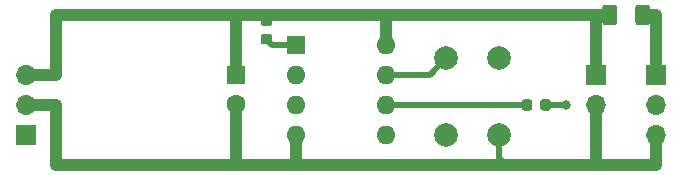
<source format=gbr>
G04 #@! TF.GenerationSoftware,KiCad,Pcbnew,(5.1.0)-1*
G04 #@! TF.CreationDate,2019-04-02T22:03:43+02:00*
G04 #@! TF.ProjectId,UV_Meter,55565f4d-6574-4657-922e-6b696361645f,rev?*
G04 #@! TF.SameCoordinates,Original*
G04 #@! TF.FileFunction,Copper,L1,Top*
G04 #@! TF.FilePolarity,Positive*
%FSLAX46Y46*%
G04 Gerber Fmt 4.6, Leading zero omitted, Abs format (unit mm)*
G04 Created by KiCad (PCBNEW (5.1.0)-1) date 2019-04-02 22:03:43*
%MOMM*%
%LPD*%
G04 APERTURE LIST*
%ADD10C,0.100000*%
%ADD11C,0.875000*%
%ADD12O,1.700000X1.700000*%
%ADD13R,1.700000X1.700000*%
%ADD14C,1.600000*%
%ADD15R,1.600000X1.600000*%
%ADD16C,1.250000*%
%ADD17O,1.600000X1.600000*%
%ADD18C,2.000000*%
%ADD19C,0.800000*%
%ADD20C,1.000000*%
%ADD21C,0.500000*%
G04 APERTURE END LIST*
D10*
G36*
X45997691Y-24481053D02*
G01*
X46018926Y-24484203D01*
X46039750Y-24489419D01*
X46059962Y-24496651D01*
X46079368Y-24505830D01*
X46097781Y-24516866D01*
X46115024Y-24529654D01*
X46130930Y-24544070D01*
X46145346Y-24559976D01*
X46158134Y-24577219D01*
X46169170Y-24595632D01*
X46178349Y-24615038D01*
X46185581Y-24635250D01*
X46190797Y-24656074D01*
X46193947Y-24677309D01*
X46195000Y-24698750D01*
X46195000Y-25136250D01*
X46193947Y-25157691D01*
X46190797Y-25178926D01*
X46185581Y-25199750D01*
X46178349Y-25219962D01*
X46169170Y-25239368D01*
X46158134Y-25257781D01*
X46145346Y-25275024D01*
X46130930Y-25290930D01*
X46115024Y-25305346D01*
X46097781Y-25318134D01*
X46079368Y-25329170D01*
X46059962Y-25338349D01*
X46039750Y-25345581D01*
X46018926Y-25350797D01*
X45997691Y-25353947D01*
X45976250Y-25355000D01*
X45463750Y-25355000D01*
X45442309Y-25353947D01*
X45421074Y-25350797D01*
X45400250Y-25345581D01*
X45380038Y-25338349D01*
X45360632Y-25329170D01*
X45342219Y-25318134D01*
X45324976Y-25305346D01*
X45309070Y-25290930D01*
X45294654Y-25275024D01*
X45281866Y-25257781D01*
X45270830Y-25239368D01*
X45261651Y-25219962D01*
X45254419Y-25199750D01*
X45249203Y-25178926D01*
X45246053Y-25157691D01*
X45245000Y-25136250D01*
X45245000Y-24698750D01*
X45246053Y-24677309D01*
X45249203Y-24656074D01*
X45254419Y-24635250D01*
X45261651Y-24615038D01*
X45270830Y-24595632D01*
X45281866Y-24577219D01*
X45294654Y-24559976D01*
X45309070Y-24544070D01*
X45324976Y-24529654D01*
X45342219Y-24516866D01*
X45360632Y-24505830D01*
X45380038Y-24496651D01*
X45400250Y-24489419D01*
X45421074Y-24484203D01*
X45442309Y-24481053D01*
X45463750Y-24480000D01*
X45976250Y-24480000D01*
X45997691Y-24481053D01*
X45997691Y-24481053D01*
G37*
D11*
X45720000Y-24917500D03*
D10*
G36*
X45997691Y-22906053D02*
G01*
X46018926Y-22909203D01*
X46039750Y-22914419D01*
X46059962Y-22921651D01*
X46079368Y-22930830D01*
X46097781Y-22941866D01*
X46115024Y-22954654D01*
X46130930Y-22969070D01*
X46145346Y-22984976D01*
X46158134Y-23002219D01*
X46169170Y-23020632D01*
X46178349Y-23040038D01*
X46185581Y-23060250D01*
X46190797Y-23081074D01*
X46193947Y-23102309D01*
X46195000Y-23123750D01*
X46195000Y-23561250D01*
X46193947Y-23582691D01*
X46190797Y-23603926D01*
X46185581Y-23624750D01*
X46178349Y-23644962D01*
X46169170Y-23664368D01*
X46158134Y-23682781D01*
X46145346Y-23700024D01*
X46130930Y-23715930D01*
X46115024Y-23730346D01*
X46097781Y-23743134D01*
X46079368Y-23754170D01*
X46059962Y-23763349D01*
X46039750Y-23770581D01*
X46018926Y-23775797D01*
X45997691Y-23778947D01*
X45976250Y-23780000D01*
X45463750Y-23780000D01*
X45442309Y-23778947D01*
X45421074Y-23775797D01*
X45400250Y-23770581D01*
X45380038Y-23763349D01*
X45360632Y-23754170D01*
X45342219Y-23743134D01*
X45324976Y-23730346D01*
X45309070Y-23715930D01*
X45294654Y-23700024D01*
X45281866Y-23682781D01*
X45270830Y-23664368D01*
X45261651Y-23644962D01*
X45254419Y-23624750D01*
X45249203Y-23603926D01*
X45246053Y-23582691D01*
X45245000Y-23561250D01*
X45245000Y-23123750D01*
X45246053Y-23102309D01*
X45249203Y-23081074D01*
X45254419Y-23060250D01*
X45261651Y-23040038D01*
X45270830Y-23020632D01*
X45281866Y-23002219D01*
X45294654Y-22984976D01*
X45309070Y-22969070D01*
X45324976Y-22954654D01*
X45342219Y-22941866D01*
X45360632Y-22930830D01*
X45380038Y-22921651D01*
X45400250Y-22914419D01*
X45421074Y-22909203D01*
X45442309Y-22906053D01*
X45463750Y-22905000D01*
X45976250Y-22905000D01*
X45997691Y-22906053D01*
X45997691Y-22906053D01*
G37*
D11*
X45720000Y-23342500D03*
D12*
X25400000Y-27940000D03*
X25400000Y-30480000D03*
D13*
X25400000Y-33020000D03*
D14*
X43180000Y-30440000D03*
D15*
X43180000Y-27940000D03*
D12*
X78740000Y-33020000D03*
X78740000Y-30480000D03*
D13*
X78740000Y-27940000D03*
D12*
X73660000Y-30480000D03*
D13*
X73660000Y-27940000D03*
D10*
G36*
X77999504Y-21986204D02*
G01*
X78023773Y-21989804D01*
X78047571Y-21995765D01*
X78070671Y-22004030D01*
X78092849Y-22014520D01*
X78113893Y-22027133D01*
X78133598Y-22041747D01*
X78151777Y-22058223D01*
X78168253Y-22076402D01*
X78182867Y-22096107D01*
X78195480Y-22117151D01*
X78205970Y-22139329D01*
X78214235Y-22162429D01*
X78220196Y-22186227D01*
X78223796Y-22210496D01*
X78225000Y-22235000D01*
X78225000Y-23485000D01*
X78223796Y-23509504D01*
X78220196Y-23533773D01*
X78214235Y-23557571D01*
X78205970Y-23580671D01*
X78195480Y-23602849D01*
X78182867Y-23623893D01*
X78168253Y-23643598D01*
X78151777Y-23661777D01*
X78133598Y-23678253D01*
X78113893Y-23692867D01*
X78092849Y-23705480D01*
X78070671Y-23715970D01*
X78047571Y-23724235D01*
X78023773Y-23730196D01*
X77999504Y-23733796D01*
X77975000Y-23735000D01*
X77225000Y-23735000D01*
X77200496Y-23733796D01*
X77176227Y-23730196D01*
X77152429Y-23724235D01*
X77129329Y-23715970D01*
X77107151Y-23705480D01*
X77086107Y-23692867D01*
X77066402Y-23678253D01*
X77048223Y-23661777D01*
X77031747Y-23643598D01*
X77017133Y-23623893D01*
X77004520Y-23602849D01*
X76994030Y-23580671D01*
X76985765Y-23557571D01*
X76979804Y-23533773D01*
X76976204Y-23509504D01*
X76975000Y-23485000D01*
X76975000Y-22235000D01*
X76976204Y-22210496D01*
X76979804Y-22186227D01*
X76985765Y-22162429D01*
X76994030Y-22139329D01*
X77004520Y-22117151D01*
X77017133Y-22096107D01*
X77031747Y-22076402D01*
X77048223Y-22058223D01*
X77066402Y-22041747D01*
X77086107Y-22027133D01*
X77107151Y-22014520D01*
X77129329Y-22004030D01*
X77152429Y-21995765D01*
X77176227Y-21989804D01*
X77200496Y-21986204D01*
X77225000Y-21985000D01*
X77975000Y-21985000D01*
X77999504Y-21986204D01*
X77999504Y-21986204D01*
G37*
D16*
X77600000Y-22860000D03*
D10*
G36*
X75199504Y-21986204D02*
G01*
X75223773Y-21989804D01*
X75247571Y-21995765D01*
X75270671Y-22004030D01*
X75292849Y-22014520D01*
X75313893Y-22027133D01*
X75333598Y-22041747D01*
X75351777Y-22058223D01*
X75368253Y-22076402D01*
X75382867Y-22096107D01*
X75395480Y-22117151D01*
X75405970Y-22139329D01*
X75414235Y-22162429D01*
X75420196Y-22186227D01*
X75423796Y-22210496D01*
X75425000Y-22235000D01*
X75425000Y-23485000D01*
X75423796Y-23509504D01*
X75420196Y-23533773D01*
X75414235Y-23557571D01*
X75405970Y-23580671D01*
X75395480Y-23602849D01*
X75382867Y-23623893D01*
X75368253Y-23643598D01*
X75351777Y-23661777D01*
X75333598Y-23678253D01*
X75313893Y-23692867D01*
X75292849Y-23705480D01*
X75270671Y-23715970D01*
X75247571Y-23724235D01*
X75223773Y-23730196D01*
X75199504Y-23733796D01*
X75175000Y-23735000D01*
X74425000Y-23735000D01*
X74400496Y-23733796D01*
X74376227Y-23730196D01*
X74352429Y-23724235D01*
X74329329Y-23715970D01*
X74307151Y-23705480D01*
X74286107Y-23692867D01*
X74266402Y-23678253D01*
X74248223Y-23661777D01*
X74231747Y-23643598D01*
X74217133Y-23623893D01*
X74204520Y-23602849D01*
X74194030Y-23580671D01*
X74185765Y-23557571D01*
X74179804Y-23533773D01*
X74176204Y-23509504D01*
X74175000Y-23485000D01*
X74175000Y-22235000D01*
X74176204Y-22210496D01*
X74179804Y-22186227D01*
X74185765Y-22162429D01*
X74194030Y-22139329D01*
X74204520Y-22117151D01*
X74217133Y-22096107D01*
X74231747Y-22076402D01*
X74248223Y-22058223D01*
X74266402Y-22041747D01*
X74286107Y-22027133D01*
X74307151Y-22014520D01*
X74329329Y-22004030D01*
X74352429Y-21995765D01*
X74376227Y-21989804D01*
X74400496Y-21986204D01*
X74425000Y-21985000D01*
X75175000Y-21985000D01*
X75199504Y-21986204D01*
X75199504Y-21986204D01*
G37*
D16*
X74800000Y-22860000D03*
D17*
X55880000Y-25400000D03*
X48260000Y-33020000D03*
X55880000Y-27940000D03*
X48260000Y-30480000D03*
X55880000Y-30480000D03*
X48260000Y-27940000D03*
X55880000Y-33020000D03*
D15*
X48260000Y-25400000D03*
D18*
X60960000Y-26520000D03*
X65460000Y-26520000D03*
X60960000Y-33020000D03*
X65460000Y-33020000D03*
D10*
G36*
X69607691Y-30006053D02*
G01*
X69628926Y-30009203D01*
X69649750Y-30014419D01*
X69669962Y-30021651D01*
X69689368Y-30030830D01*
X69707781Y-30041866D01*
X69725024Y-30054654D01*
X69740930Y-30069070D01*
X69755346Y-30084976D01*
X69768134Y-30102219D01*
X69779170Y-30120632D01*
X69788349Y-30140038D01*
X69795581Y-30160250D01*
X69800797Y-30181074D01*
X69803947Y-30202309D01*
X69805000Y-30223750D01*
X69805000Y-30736250D01*
X69803947Y-30757691D01*
X69800797Y-30778926D01*
X69795581Y-30799750D01*
X69788349Y-30819962D01*
X69779170Y-30839368D01*
X69768134Y-30857781D01*
X69755346Y-30875024D01*
X69740930Y-30890930D01*
X69725024Y-30905346D01*
X69707781Y-30918134D01*
X69689368Y-30929170D01*
X69669962Y-30938349D01*
X69649750Y-30945581D01*
X69628926Y-30950797D01*
X69607691Y-30953947D01*
X69586250Y-30955000D01*
X69148750Y-30955000D01*
X69127309Y-30953947D01*
X69106074Y-30950797D01*
X69085250Y-30945581D01*
X69065038Y-30938349D01*
X69045632Y-30929170D01*
X69027219Y-30918134D01*
X69009976Y-30905346D01*
X68994070Y-30890930D01*
X68979654Y-30875024D01*
X68966866Y-30857781D01*
X68955830Y-30839368D01*
X68946651Y-30819962D01*
X68939419Y-30799750D01*
X68934203Y-30778926D01*
X68931053Y-30757691D01*
X68930000Y-30736250D01*
X68930000Y-30223750D01*
X68931053Y-30202309D01*
X68934203Y-30181074D01*
X68939419Y-30160250D01*
X68946651Y-30140038D01*
X68955830Y-30120632D01*
X68966866Y-30102219D01*
X68979654Y-30084976D01*
X68994070Y-30069070D01*
X69009976Y-30054654D01*
X69027219Y-30041866D01*
X69045632Y-30030830D01*
X69065038Y-30021651D01*
X69085250Y-30014419D01*
X69106074Y-30009203D01*
X69127309Y-30006053D01*
X69148750Y-30005000D01*
X69586250Y-30005000D01*
X69607691Y-30006053D01*
X69607691Y-30006053D01*
G37*
D11*
X69367500Y-30480000D03*
D10*
G36*
X68032691Y-30006053D02*
G01*
X68053926Y-30009203D01*
X68074750Y-30014419D01*
X68094962Y-30021651D01*
X68114368Y-30030830D01*
X68132781Y-30041866D01*
X68150024Y-30054654D01*
X68165930Y-30069070D01*
X68180346Y-30084976D01*
X68193134Y-30102219D01*
X68204170Y-30120632D01*
X68213349Y-30140038D01*
X68220581Y-30160250D01*
X68225797Y-30181074D01*
X68228947Y-30202309D01*
X68230000Y-30223750D01*
X68230000Y-30736250D01*
X68228947Y-30757691D01*
X68225797Y-30778926D01*
X68220581Y-30799750D01*
X68213349Y-30819962D01*
X68204170Y-30839368D01*
X68193134Y-30857781D01*
X68180346Y-30875024D01*
X68165930Y-30890930D01*
X68150024Y-30905346D01*
X68132781Y-30918134D01*
X68114368Y-30929170D01*
X68094962Y-30938349D01*
X68074750Y-30945581D01*
X68053926Y-30950797D01*
X68032691Y-30953947D01*
X68011250Y-30955000D01*
X67573750Y-30955000D01*
X67552309Y-30953947D01*
X67531074Y-30950797D01*
X67510250Y-30945581D01*
X67490038Y-30938349D01*
X67470632Y-30929170D01*
X67452219Y-30918134D01*
X67434976Y-30905346D01*
X67419070Y-30890930D01*
X67404654Y-30875024D01*
X67391866Y-30857781D01*
X67380830Y-30839368D01*
X67371651Y-30819962D01*
X67364419Y-30799750D01*
X67359203Y-30778926D01*
X67356053Y-30757691D01*
X67355000Y-30736250D01*
X67355000Y-30223750D01*
X67356053Y-30202309D01*
X67359203Y-30181074D01*
X67364419Y-30160250D01*
X67371651Y-30140038D01*
X67380830Y-30120632D01*
X67391866Y-30102219D01*
X67404654Y-30084976D01*
X67419070Y-30069070D01*
X67434976Y-30054654D01*
X67452219Y-30041866D01*
X67470632Y-30030830D01*
X67490038Y-30021651D01*
X67510250Y-30014419D01*
X67531074Y-30009203D01*
X67552309Y-30006053D01*
X67573750Y-30005000D01*
X68011250Y-30005000D01*
X68032691Y-30006053D01*
X68032691Y-30006053D01*
G37*
D11*
X67792500Y-30480000D03*
D19*
X71120000Y-30480000D03*
D20*
X60960000Y-35560000D02*
X48260000Y-35560000D01*
X78740000Y-33020000D02*
X78740000Y-35560000D01*
X48260000Y-35560000D02*
X43180000Y-35560000D01*
X34222081Y-35560000D02*
X43180000Y-35560000D01*
X25400000Y-30480000D02*
X27940000Y-30480000D01*
X27940000Y-35560000D02*
X34222081Y-35560000D01*
X66040000Y-35560000D02*
X58420000Y-35560000D01*
X27940000Y-30480000D02*
X27940000Y-35560000D01*
X43180000Y-35560000D02*
X43180000Y-30440000D01*
X48260000Y-35560000D02*
X48260000Y-33020000D01*
X73660000Y-30480000D02*
X73660000Y-35560000D01*
X73660000Y-35560000D02*
X78740000Y-35560000D01*
X66040000Y-35560000D02*
X68580000Y-35560000D01*
X68580000Y-35560000D02*
X73660000Y-35560000D01*
D21*
X65460000Y-33020000D02*
X65460000Y-34980000D01*
X65460000Y-34980000D02*
X66040000Y-35560000D01*
D20*
X55880000Y-25400000D02*
X55880000Y-22860000D01*
X71120000Y-22860000D02*
X53340000Y-22860000D01*
X43180000Y-22860000D02*
X30480000Y-22860000D01*
X25400000Y-27940000D02*
X27940000Y-27940000D01*
X27940000Y-27940000D02*
X27940000Y-22860000D01*
X27940000Y-22860000D02*
X30480000Y-22860000D01*
X73660000Y-27940000D02*
X73660000Y-22860000D01*
X71120000Y-22860000D02*
X73660000Y-22860000D01*
X73660000Y-22860000D02*
X74800000Y-22860000D01*
X43180000Y-27940000D02*
X43180000Y-25400000D01*
X43180000Y-25400000D02*
X43180000Y-22860000D01*
D21*
X45720000Y-23342500D02*
X45720000Y-22860000D01*
D20*
X55880000Y-22860000D02*
X45720000Y-22860000D01*
X45720000Y-22860000D02*
X43180000Y-22860000D01*
D21*
X55880000Y-30480000D02*
X67792500Y-30480000D01*
X59540000Y-27940000D02*
X60960000Y-26520000D01*
X55880000Y-27940000D02*
X59540000Y-27940000D01*
D20*
X77600000Y-22860000D02*
X78740000Y-22860000D01*
X78740000Y-22860000D02*
X78740000Y-27940000D01*
D21*
X69367500Y-30480000D02*
X71120000Y-30480000D01*
X46202500Y-25400000D02*
X45720000Y-24917500D01*
X48260000Y-25400000D02*
X46202500Y-25400000D01*
M02*

</source>
